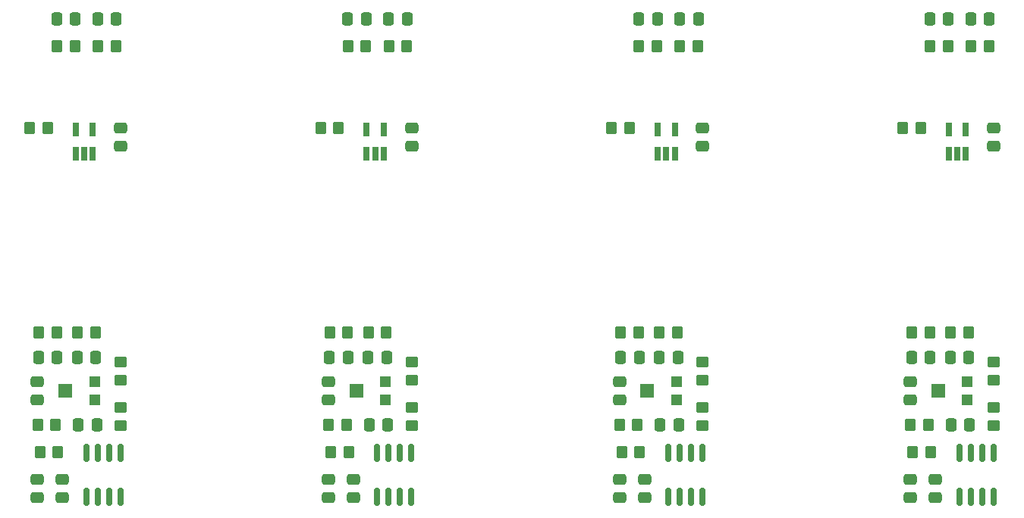
<source format=gbp>
G04 #@! TF.GenerationSoftware,KiCad,Pcbnew,7.0.1*
G04 #@! TF.CreationDate,2023-04-19T14:44:16-07:00*
G04 #@! TF.ProjectId,momentum_panel,6d6f6d65-6e74-4756-9d5f-70616e656c2e,A*
G04 #@! TF.SameCoordinates,Original*
G04 #@! TF.FileFunction,Paste,Bot*
G04 #@! TF.FilePolarity,Positive*
%FSLAX46Y46*%
G04 Gerber Fmt 4.6, Leading zero omitted, Abs format (unit mm)*
G04 Created by KiCad (PCBNEW 7.0.1) date 2023-04-19 14:44:16*
%MOMM*%
%LPD*%
G01*
G04 APERTURE LIST*
G04 Aperture macros list*
%AMRoundRect*
0 Rectangle with rounded corners*
0 $1 Rounding radius*
0 $2 $3 $4 $5 $6 $7 $8 $9 X,Y pos of 4 corners*
0 Add a 4 corners polygon primitive as box body*
4,1,4,$2,$3,$4,$5,$6,$7,$8,$9,$2,$3,0*
0 Add four circle primitives for the rounded corners*
1,1,$1+$1,$2,$3*
1,1,$1+$1,$4,$5*
1,1,$1+$1,$6,$7*
1,1,$1+$1,$8,$9*
0 Add four rect primitives between the rounded corners*
20,1,$1+$1,$2,$3,$4,$5,0*
20,1,$1+$1,$4,$5,$6,$7,0*
20,1,$1+$1,$6,$7,$8,$9,0*
20,1,$1+$1,$8,$9,$2,$3,0*%
G04 Aperture macros list end*
%ADD10RoundRect,0.250000X-0.350000X-0.450000X0.350000X-0.450000X0.350000X0.450000X-0.350000X0.450000X0*%
%ADD11RoundRect,0.250000X-0.475000X0.337500X-0.475000X-0.337500X0.475000X-0.337500X0.475000X0.337500X0*%
%ADD12R,1.200000X1.200000*%
%ADD13R,1.500000X1.600000*%
%ADD14RoundRect,0.250000X0.337500X0.475000X-0.337500X0.475000X-0.337500X-0.475000X0.337500X-0.475000X0*%
%ADD15RoundRect,0.250000X-0.450000X0.350000X-0.450000X-0.350000X0.450000X-0.350000X0.450000X0.350000X0*%
%ADD16RoundRect,0.250000X-0.337500X-0.475000X0.337500X-0.475000X0.337500X0.475000X-0.337500X0.475000X0*%
%ADD17RoundRect,0.250000X0.475000X-0.337500X0.475000X0.337500X-0.475000X0.337500X-0.475000X-0.337500X0*%
%ADD18RoundRect,0.250000X0.350000X0.450000X-0.350000X0.450000X-0.350000X-0.450000X0.350000X-0.450000X0*%
%ADD19RoundRect,0.150000X-0.150000X0.825000X-0.150000X-0.825000X0.150000X-0.825000X0.150000X0.825000X0*%
%ADD20R,0.650000X1.560000*%
G04 APERTURE END LIST*
D10*
G04 #@! TO.C,R8*
X58658000Y-10334000D03*
X60658000Y-10334000D03*
G04 #@! TD*
G04 #@! TO.C,R8*
X26178000Y-10334000D03*
X28178000Y-10334000D03*
G04 #@! TD*
G04 #@! TO.C,R8*
X91138000Y-10334000D03*
X93138000Y-10334000D03*
G04 #@! TD*
G04 #@! TO.C,R8*
X123618000Y-10334000D03*
X125618000Y-10334000D03*
G04 #@! TD*
D11*
G04 #@! TO.C,C2*
X19414000Y-47805900D03*
X19414000Y-49880900D03*
G04 #@! TD*
G04 #@! TO.C,C2*
X51894000Y-47805900D03*
X51894000Y-49880900D03*
G04 #@! TD*
G04 #@! TO.C,C2*
X84374000Y-47805900D03*
X84374000Y-49880900D03*
G04 #@! TD*
G04 #@! TO.C,C2*
X116854000Y-47805900D03*
X116854000Y-49880900D03*
G04 #@! TD*
D12*
G04 #@! TO.C,RV1*
X25786000Y-47843400D03*
D13*
X22536000Y-48843400D03*
D12*
X25786000Y-49843400D03*
G04 #@! TD*
G04 #@! TO.C,RV1*
X123226000Y-47843400D03*
D13*
X119976000Y-48843400D03*
D12*
X123226000Y-49843400D03*
G04 #@! TD*
G04 #@! TO.C,RV1*
X58266000Y-47843400D03*
D13*
X55016000Y-48843400D03*
D12*
X58266000Y-49843400D03*
G04 #@! TD*
G04 #@! TO.C,RV1*
X90746000Y-47843400D03*
D13*
X87496000Y-48843400D03*
D12*
X90746000Y-49843400D03*
G04 #@! TD*
D14*
G04 #@! TO.C,C9*
X93175500Y-7286000D03*
X91100500Y-7286000D03*
G04 #@! TD*
G04 #@! TO.C,C9*
X60695500Y-7286000D03*
X58620500Y-7286000D03*
G04 #@! TD*
G04 #@! TO.C,C9*
X125655500Y-7286000D03*
X123580500Y-7286000D03*
G04 #@! TD*
G04 #@! TO.C,C9*
X28215500Y-7286000D03*
X26140500Y-7286000D03*
G04 #@! TD*
D15*
G04 #@! TO.C,R13*
X61182000Y-45656000D03*
X61182000Y-47656000D03*
G04 #@! TD*
G04 #@! TO.C,R13*
X28702000Y-45656000D03*
X28702000Y-47656000D03*
G04 #@! TD*
G04 #@! TO.C,R13*
X93662000Y-45656000D03*
X93662000Y-47656000D03*
G04 #@! TD*
G04 #@! TO.C,R13*
X126142000Y-45656000D03*
X126142000Y-47656000D03*
G04 #@! TD*
D10*
G04 #@! TO.C,R1*
X84390000Y-52653400D03*
X86390000Y-52653400D03*
G04 #@! TD*
G04 #@! TO.C,R1*
X19430000Y-52653400D03*
X21430000Y-52653400D03*
G04 #@! TD*
G04 #@! TO.C,R1*
X51910000Y-52653400D03*
X53910000Y-52653400D03*
G04 #@! TD*
G04 #@! TO.C,R1*
X116870000Y-52653400D03*
X118870000Y-52653400D03*
G04 #@! TD*
D16*
G04 #@! TO.C,C3*
X56444500Y-52653400D03*
X58519500Y-52653400D03*
G04 #@! TD*
G04 #@! TO.C,C3*
X88924500Y-52653400D03*
X90999500Y-52653400D03*
G04 #@! TD*
G04 #@! TO.C,C3*
X121404500Y-52653400D03*
X123479500Y-52653400D03*
G04 #@! TD*
G04 #@! TO.C,C3*
X23964500Y-52653400D03*
X26039500Y-52653400D03*
G04 #@! TD*
D15*
G04 #@! TO.C,R2*
X28702000Y-50736000D03*
X28702000Y-52736000D03*
G04 #@! TD*
G04 #@! TO.C,R2*
X61182000Y-50736000D03*
X61182000Y-52736000D03*
G04 #@! TD*
G04 #@! TO.C,R2*
X126142000Y-50736000D03*
X126142000Y-52736000D03*
G04 #@! TD*
G04 #@! TO.C,R2*
X93662000Y-50736000D03*
X93662000Y-52736000D03*
G04 #@! TD*
D10*
G04 #@! TO.C,R3*
X117124000Y-55701400D03*
X119124000Y-55701400D03*
G04 #@! TD*
G04 #@! TO.C,R3*
X84644000Y-55701400D03*
X86644000Y-55701400D03*
G04 #@! TD*
G04 #@! TO.C,R3*
X19684000Y-55701400D03*
X21684000Y-55701400D03*
G04 #@! TD*
G04 #@! TO.C,R3*
X52164000Y-55701400D03*
X54164000Y-55701400D03*
G04 #@! TD*
D17*
G04 #@! TO.C,C5*
X51894000Y-60802900D03*
X51894000Y-58727900D03*
G04 #@! TD*
G04 #@! TO.C,C5*
X84374000Y-60802900D03*
X84374000Y-58727900D03*
G04 #@! TD*
G04 #@! TO.C,C5*
X116854000Y-60802900D03*
X116854000Y-58727900D03*
G04 #@! TD*
G04 #@! TO.C,C5*
X19414000Y-60802900D03*
X19414000Y-58727900D03*
G04 #@! TD*
D18*
G04 #@! TO.C,R11*
X21574000Y-42338000D03*
X19574000Y-42338000D03*
G04 #@! TD*
G04 #@! TO.C,R11*
X54054000Y-42338000D03*
X52054000Y-42338000D03*
G04 #@! TD*
G04 #@! TO.C,R11*
X86534000Y-42338000D03*
X84534000Y-42338000D03*
G04 #@! TD*
G04 #@! TO.C,R11*
X119014000Y-42338000D03*
X117014000Y-42338000D03*
G04 #@! TD*
G04 #@! TO.C,R12*
X90852000Y-42338000D03*
X88852000Y-42338000D03*
G04 #@! TD*
G04 #@! TO.C,R12*
X58372000Y-42338000D03*
X56372000Y-42338000D03*
G04 #@! TD*
G04 #@! TO.C,R12*
X123332000Y-42338000D03*
X121332000Y-42338000D03*
G04 #@! TD*
G04 #@! TO.C,R12*
X25892000Y-42338000D03*
X23892000Y-42338000D03*
G04 #@! TD*
G04 #@! TO.C,R9*
X56086000Y-10334000D03*
X54086000Y-10334000D03*
G04 #@! TD*
G04 #@! TO.C,R9*
X23606000Y-10334000D03*
X21606000Y-10334000D03*
G04 #@! TD*
G04 #@! TO.C,R9*
X88566000Y-10334000D03*
X86566000Y-10334000D03*
G04 #@! TD*
G04 #@! TO.C,R9*
X121046000Y-10334000D03*
X119046000Y-10334000D03*
G04 #@! TD*
D16*
G04 #@! TO.C,C6*
X84496500Y-45132000D03*
X86571500Y-45132000D03*
G04 #@! TD*
G04 #@! TO.C,C6*
X52016500Y-45132000D03*
X54091500Y-45132000D03*
G04 #@! TD*
G04 #@! TO.C,C6*
X116976500Y-45132000D03*
X119051500Y-45132000D03*
G04 #@! TD*
G04 #@! TO.C,C6*
X19536500Y-45132000D03*
X21611500Y-45132000D03*
G04 #@! TD*
D19*
G04 #@! TO.C,U2*
X122315000Y-55766400D03*
X123585000Y-55766400D03*
X124855000Y-55766400D03*
X126125000Y-55766400D03*
X126125000Y-60716400D03*
X124855000Y-60716400D03*
X123585000Y-60716400D03*
X122315000Y-60716400D03*
G04 #@! TD*
G04 #@! TO.C,U2*
X89835000Y-55766400D03*
X91105000Y-55766400D03*
X92375000Y-55766400D03*
X93645000Y-55766400D03*
X93645000Y-60716400D03*
X92375000Y-60716400D03*
X91105000Y-60716400D03*
X89835000Y-60716400D03*
G04 #@! TD*
G04 #@! TO.C,U2*
X24875000Y-55766400D03*
X26145000Y-55766400D03*
X27415000Y-55766400D03*
X28685000Y-55766400D03*
X28685000Y-60716400D03*
X27415000Y-60716400D03*
X26145000Y-60716400D03*
X24875000Y-60716400D03*
G04 #@! TD*
G04 #@! TO.C,U2*
X57355000Y-55766400D03*
X58625000Y-55766400D03*
X59895000Y-55766400D03*
X61165000Y-55766400D03*
X61165000Y-60716400D03*
X59895000Y-60716400D03*
X58625000Y-60716400D03*
X57355000Y-60716400D03*
G04 #@! TD*
D16*
G04 #@! TO.C,C10*
X86528500Y-7286000D03*
X88603500Y-7286000D03*
G04 #@! TD*
G04 #@! TO.C,C10*
X54048500Y-7286000D03*
X56123500Y-7286000D03*
G04 #@! TD*
G04 #@! TO.C,C10*
X119008500Y-7286000D03*
X121083500Y-7286000D03*
G04 #@! TD*
G04 #@! TO.C,C10*
X21568500Y-7286000D03*
X23643500Y-7286000D03*
G04 #@! TD*
D11*
G04 #@! TO.C,C1*
X28702000Y-19456500D03*
X28702000Y-21531500D03*
G04 #@! TD*
G04 #@! TO.C,C1*
X126142000Y-19456500D03*
X126142000Y-21531500D03*
G04 #@! TD*
G04 #@! TO.C,C1*
X61182000Y-19456500D03*
X61182000Y-21531500D03*
G04 #@! TD*
G04 #@! TO.C,C1*
X93662000Y-19456500D03*
X93662000Y-21531500D03*
G04 #@! TD*
D18*
G04 #@! TO.C,R10*
X20558000Y-19478000D03*
X18558000Y-19478000D03*
G04 #@! TD*
G04 #@! TO.C,R10*
X85518000Y-19478000D03*
X83518000Y-19478000D03*
G04 #@! TD*
G04 #@! TO.C,R10*
X53038000Y-19478000D03*
X51038000Y-19478000D03*
G04 #@! TD*
G04 #@! TO.C,R10*
X117998000Y-19478000D03*
X115998000Y-19478000D03*
G04 #@! TD*
D14*
G04 #@! TO.C,C7*
X25929500Y-45132000D03*
X23854500Y-45132000D03*
G04 #@! TD*
G04 #@! TO.C,C7*
X90889500Y-45132000D03*
X88814500Y-45132000D03*
G04 #@! TD*
G04 #@! TO.C,C7*
X123369500Y-45132000D03*
X121294500Y-45132000D03*
G04 #@! TD*
G04 #@! TO.C,C7*
X58409500Y-45132000D03*
X56334500Y-45132000D03*
G04 #@! TD*
D20*
G04 #@! TO.C,U1*
X90548000Y-22352000D03*
X89598000Y-22352000D03*
X88648000Y-22352000D03*
X88648000Y-19652000D03*
X90548000Y-19652000D03*
G04 #@! TD*
G04 #@! TO.C,U1*
X25588000Y-22352000D03*
X24638000Y-22352000D03*
X23688000Y-22352000D03*
X23688000Y-19652000D03*
X25588000Y-19652000D03*
G04 #@! TD*
G04 #@! TO.C,U1*
X58068000Y-22352000D03*
X57118000Y-22352000D03*
X56168000Y-22352000D03*
X56168000Y-19652000D03*
X58068000Y-19652000D03*
G04 #@! TD*
G04 #@! TO.C,U1*
X123028000Y-22352000D03*
X122078000Y-22352000D03*
X121128000Y-22352000D03*
X121128000Y-19652000D03*
X123028000Y-19652000D03*
G04 #@! TD*
D17*
G04 #@! TO.C,C4*
X54688000Y-60802900D03*
X54688000Y-58727900D03*
G04 #@! TD*
G04 #@! TO.C,C4*
X22208000Y-60802900D03*
X22208000Y-58727900D03*
G04 #@! TD*
G04 #@! TO.C,C4*
X87168000Y-60802900D03*
X87168000Y-58727900D03*
G04 #@! TD*
G04 #@! TO.C,C4*
X119648000Y-60802900D03*
X119648000Y-58727900D03*
G04 #@! TD*
M02*

</source>
